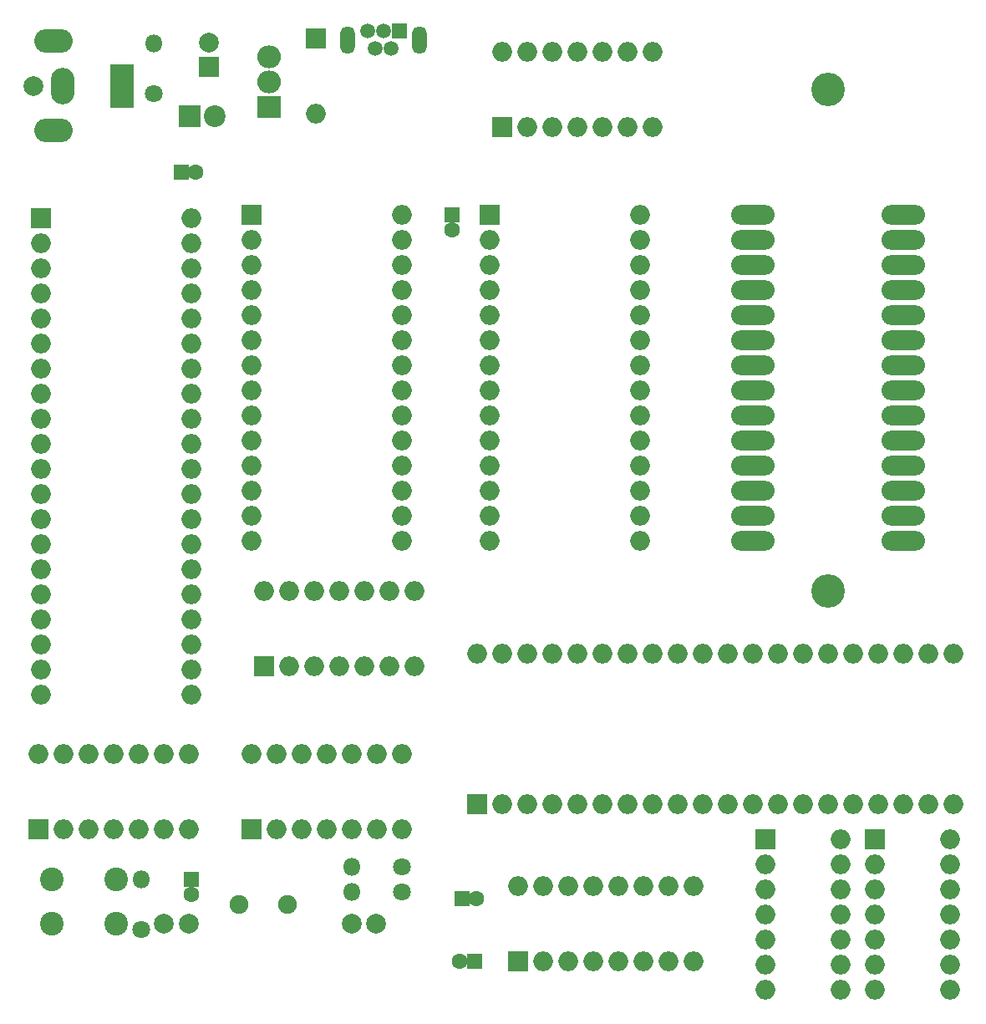
<source format=gbr>
G04 #@! TF.GenerationSoftware,KiCad,Pcbnew,(5.0.0)*
G04 #@! TF.CreationDate,2018-09-23T22:59:08+02:00*
G04 #@! TF.ProjectId,RED_80,5245445F38302E6B696361645F706362,rev?*
G04 #@! TF.SameCoordinates,Original*
G04 #@! TF.FileFunction,Soldermask,Top*
G04 #@! TF.FilePolarity,Negative*
%FSLAX46Y46*%
G04 Gerber Fmt 4.6, Leading zero omitted, Abs format (unit mm)*
G04 Created by KiCad (PCBNEW (5.0.0)) date 09/23/18 22:59:08*
%MOMM*%
%LPD*%
G01*
G04 APERTURE LIST*
%ADD10R,2.400000X4.400000*%
%ADD11O,2.400000X3.700000*%
%ADD12O,3.900000X2.400000*%
%ADD13C,2.000000*%
%ADD14R,2.000000X2.000000*%
%ADD15O,2.000000X2.000000*%
%ADD16C,3.400000*%
%ADD17O,4.400000X2.000000*%
%ADD18R,1.600000X1.600000*%
%ADD19C,1.600000*%
%ADD20C,1.800000*%
%ADD21O,1.800000X1.800000*%
%ADD22C,2.400000*%
%ADD23C,1.900000*%
%ADD24C,2.200000*%
%ADD25R,2.200000X2.200000*%
%ADD26R,1.500000X1.500000*%
%ADD27C,1.500000*%
%ADD28O,1.500000X2.800000*%
%ADD29R,2.400000X2.305000*%
%ADD30O,2.400000X2.305000*%
G04 APERTURE END LIST*
D10*
G04 #@! TO.C,J1*
X113919000Y-56769000D03*
D11*
X107919000Y-56769000D03*
D12*
X106919000Y-52269000D03*
X106919000Y-61269000D03*
D13*
X104919000Y-56769000D03*
G04 #@! TD*
D14*
G04 #@! TO.C,U2*
X127000000Y-69850000D03*
D15*
X142240000Y-102870000D03*
X127000000Y-72390000D03*
X142240000Y-100330000D03*
X127000000Y-74930000D03*
X142240000Y-97790000D03*
X127000000Y-77470000D03*
X142240000Y-95250000D03*
X127000000Y-80010000D03*
X142240000Y-92710000D03*
X127000000Y-82550000D03*
X142240000Y-90170000D03*
X127000000Y-85090000D03*
X142240000Y-87630000D03*
X127000000Y-87630000D03*
X142240000Y-85090000D03*
X127000000Y-90170000D03*
X142240000Y-82550000D03*
X127000000Y-92710000D03*
X142240000Y-80010000D03*
X127000000Y-95250000D03*
X142240000Y-77470000D03*
X127000000Y-97790000D03*
X142240000Y-74930000D03*
X127000000Y-100330000D03*
X142240000Y-72390000D03*
X127000000Y-102870000D03*
X142240000Y-69850000D03*
G04 #@! TD*
D14*
G04 #@! TO.C,U11*
X154051000Y-145415000D03*
D15*
X171831000Y-137795000D03*
X156591000Y-145415000D03*
X169291000Y-137795000D03*
X159131000Y-145415000D03*
X166751000Y-137795000D03*
X161671000Y-145415000D03*
X164211000Y-137795000D03*
X164211000Y-145415000D03*
X161671000Y-137795000D03*
X166751000Y-145415000D03*
X159131000Y-137795000D03*
X169291000Y-145415000D03*
X156591000Y-137795000D03*
X171831000Y-145415000D03*
X154051000Y-137795000D03*
G04 #@! TD*
G04 #@! TO.C,U6*
X166370000Y-69850000D03*
X151130000Y-102870000D03*
X166370000Y-72390000D03*
X151130000Y-100330000D03*
X166370000Y-74930000D03*
X151130000Y-97790000D03*
X166370000Y-77470000D03*
X151130000Y-95250000D03*
X166370000Y-80010000D03*
X151130000Y-92710000D03*
X166370000Y-82550000D03*
X151130000Y-90170000D03*
X166370000Y-85090000D03*
X151130000Y-87630000D03*
X166370000Y-87630000D03*
X151130000Y-85090000D03*
X166370000Y-90170000D03*
X151130000Y-82550000D03*
X166370000Y-92710000D03*
X151130000Y-80010000D03*
X166370000Y-95250000D03*
X151130000Y-77470000D03*
X166370000Y-97790000D03*
X151130000Y-74930000D03*
X166370000Y-100330000D03*
X151130000Y-72390000D03*
X166370000Y-102870000D03*
D14*
X151130000Y-69850000D03*
G04 #@! TD*
D16*
G04 #@! TO.C,U7*
X185420000Y-107950000D03*
X185420000Y-57150000D03*
D17*
X177800000Y-102870000D03*
X193040000Y-102870000D03*
X177800000Y-100330000D03*
X193040000Y-100330000D03*
X177800000Y-97790000D03*
X193040000Y-97790000D03*
X177800000Y-95250000D03*
X193040000Y-95250000D03*
X177800000Y-92710000D03*
X193040000Y-92710000D03*
X177800000Y-90170000D03*
X193040000Y-90170000D03*
X177800000Y-87630000D03*
X193040000Y-87630000D03*
X177800000Y-85090000D03*
X193040000Y-85090000D03*
X177800000Y-82550000D03*
X193040000Y-82550000D03*
X177800000Y-80010000D03*
X193040000Y-80010000D03*
X177800000Y-77470000D03*
X193040000Y-77470000D03*
X177800000Y-74930000D03*
X193040000Y-74930000D03*
X177800000Y-72390000D03*
X193040000Y-72390000D03*
X177800000Y-69850000D03*
X193040000Y-69850000D03*
G04 #@! TD*
D14*
G04 #@! TO.C,U1*
X105715001Y-70205001D03*
D15*
X120955001Y-118465001D03*
X105715001Y-72745001D03*
X120955001Y-115925001D03*
X105715001Y-75285001D03*
X120955001Y-113385001D03*
X105715001Y-77825001D03*
X120955001Y-110845001D03*
X105715001Y-80365001D03*
X120955001Y-108305001D03*
X105715001Y-82905001D03*
X120955001Y-105765001D03*
X105715001Y-85445001D03*
X120955001Y-103225001D03*
X105715001Y-87985001D03*
X120955001Y-100685001D03*
X105715001Y-90525001D03*
X120955001Y-98145001D03*
X105715001Y-93065001D03*
X120955001Y-95605001D03*
X105715001Y-95605001D03*
X120955001Y-93065001D03*
X105715001Y-98145001D03*
X120955001Y-90525001D03*
X105715001Y-100685001D03*
X120955001Y-87985001D03*
X105715001Y-103225001D03*
X120955001Y-85445001D03*
X105715001Y-105765001D03*
X120955001Y-82905001D03*
X105715001Y-108305001D03*
X120955001Y-80365001D03*
X105715001Y-110845001D03*
X120955001Y-77825001D03*
X105715001Y-113385001D03*
X120955001Y-75285001D03*
X105715001Y-115925001D03*
X120955001Y-72745001D03*
X105715001Y-118465001D03*
X120955001Y-70205001D03*
G04 #@! TD*
D14*
G04 #@! TO.C,U5*
X127000000Y-132080000D03*
D15*
X142240000Y-124460000D03*
X129540000Y-132080000D03*
X139700000Y-124460000D03*
X132080000Y-132080000D03*
X137160000Y-124460000D03*
X134620000Y-132080000D03*
X134620000Y-124460000D03*
X137160000Y-132080000D03*
X132080000Y-124460000D03*
X139700000Y-132080000D03*
X129540000Y-124460000D03*
X142240000Y-132080000D03*
X127000000Y-124460000D03*
G04 #@! TD*
D14*
G04 #@! TO.C,U4*
X105410000Y-132080000D03*
D15*
X120650000Y-124460000D03*
X107950000Y-132080000D03*
X118110000Y-124460000D03*
X110490000Y-132080000D03*
X115570000Y-124460000D03*
X113030000Y-132080000D03*
X113030000Y-124460000D03*
X115570000Y-132080000D03*
X110490000Y-124460000D03*
X118110000Y-132080000D03*
X107950000Y-124460000D03*
X120650000Y-132080000D03*
X105410000Y-124460000D03*
G04 #@! TD*
D18*
G04 #@! TO.C,C1*
X119888000Y-65532000D03*
D19*
X121388000Y-65532000D03*
G04 #@! TD*
D18*
G04 #@! TO.C,C2*
X147320000Y-69850000D03*
D19*
X147320000Y-71350000D03*
G04 #@! TD*
D14*
G04 #@! TO.C,U3*
X128270000Y-115570000D03*
D15*
X143510000Y-107950000D03*
X130810000Y-115570000D03*
X140970000Y-107950000D03*
X133350000Y-115570000D03*
X138430000Y-107950000D03*
X135890000Y-115570000D03*
X135890000Y-107950000D03*
X138430000Y-115570000D03*
X133350000Y-107950000D03*
X140970000Y-115570000D03*
X130810000Y-107950000D03*
X143510000Y-115570000D03*
X128270000Y-107950000D03*
G04 #@! TD*
D18*
G04 #@! TO.C,C3*
X120904000Y-137160000D03*
D19*
X120904000Y-138660000D03*
G04 #@! TD*
D20*
G04 #@! TO.C,R1*
X115824000Y-142240000D03*
D21*
X115824000Y-137160000D03*
G04 #@! TD*
D22*
G04 #@! TO.C,SW1*
X106784000Y-141660000D03*
X106784000Y-137160000D03*
X113284000Y-141660000D03*
X113284000Y-137160000D03*
G04 #@! TD*
D13*
G04 #@! TO.C,C4*
X120650000Y-141605000D03*
X118150000Y-141605000D03*
G04 #@! TD*
G04 #@! TO.C,C5*
X139660000Y-141605000D03*
X137160000Y-141605000D03*
G04 #@! TD*
D20*
G04 #@! TO.C,R2*
X142240000Y-135890000D03*
D21*
X137160000Y-135890000D03*
G04 #@! TD*
G04 #@! TO.C,R3*
X137160000Y-138430000D03*
D20*
X142240000Y-138430000D03*
G04 #@! TD*
D23*
G04 #@! TO.C,Y1*
X125730000Y-139700000D03*
X130630000Y-139700000D03*
G04 #@! TD*
D14*
G04 #@! TO.C,U8*
X152400000Y-60960000D03*
D15*
X167640000Y-53340000D03*
X154940000Y-60960000D03*
X165100000Y-53340000D03*
X157480000Y-60960000D03*
X162560000Y-53340000D03*
X160020000Y-60960000D03*
X160020000Y-53340000D03*
X162560000Y-60960000D03*
X157480000Y-53340000D03*
X165100000Y-60960000D03*
X154940000Y-53340000D03*
X167640000Y-60960000D03*
X152400000Y-53340000D03*
G04 #@! TD*
D14*
G04 #@! TO.C,C6*
X122745500Y-54864000D03*
D13*
X122745500Y-52364000D03*
G04 #@! TD*
D24*
G04 #@! TO.C,D1*
X123317000Y-59817000D03*
D25*
X120777000Y-59817000D03*
G04 #@! TD*
D26*
G04 #@! TO.C,J2*
X141986000Y-51244500D03*
D27*
X141186000Y-52994500D03*
X140386000Y-51244500D03*
X139586000Y-52994500D03*
X138786000Y-51244500D03*
D28*
X144036000Y-52119500D03*
X136736000Y-52119500D03*
G04 #@! TD*
D21*
G04 #@! TO.C,R4*
X117157500Y-52451000D03*
D20*
X117157500Y-57531000D03*
G04 #@! TD*
D14*
G04 #@! TO.C,SW2*
X133540500Y-51943000D03*
D15*
X133540500Y-59563000D03*
G04 #@! TD*
D29*
G04 #@! TO.C,U9*
X128778000Y-58928000D03*
D30*
X128778000Y-56388000D03*
X128778000Y-53848000D03*
G04 #@! TD*
D18*
G04 #@! TO.C,C7*
X149606000Y-145415000D03*
D19*
X148106000Y-145415000D03*
G04 #@! TD*
G04 #@! TO.C,C8*
X149836000Y-139065000D03*
D18*
X148336000Y-139065000D03*
G04 #@! TD*
D14*
G04 #@! TO.C,U10*
X149860000Y-129540000D03*
D15*
X198120000Y-114300000D03*
X152400000Y-129540000D03*
X195580000Y-114300000D03*
X154940000Y-129540000D03*
X193040000Y-114300000D03*
X157480000Y-129540000D03*
X190500000Y-114300000D03*
X160020000Y-129540000D03*
X187960000Y-114300000D03*
X162560000Y-129540000D03*
X185420000Y-114300000D03*
X165100000Y-129540000D03*
X182880000Y-114300000D03*
X167640000Y-129540000D03*
X180340000Y-114300000D03*
X170180000Y-129540000D03*
X177800000Y-114300000D03*
X172720000Y-129540000D03*
X175260000Y-114300000D03*
X175260000Y-129540000D03*
X172720000Y-114300000D03*
X177800000Y-129540000D03*
X170180000Y-114300000D03*
X180340000Y-129540000D03*
X167640000Y-114300000D03*
X182880000Y-129540000D03*
X165100000Y-114300000D03*
X185420000Y-129540000D03*
X162560000Y-114300000D03*
X187960000Y-129540000D03*
X160020000Y-114300000D03*
X190500000Y-129540000D03*
X157480000Y-114300000D03*
X193040000Y-129540000D03*
X154940000Y-114300000D03*
X195580000Y-129540000D03*
X152400000Y-114300000D03*
X198120000Y-129540000D03*
X149860000Y-114300000D03*
G04 #@! TD*
G04 #@! TO.C,U12*
X186700816Y-133084329D03*
X179080816Y-148324329D03*
X186700816Y-135624329D03*
X179080816Y-145784329D03*
X186700816Y-138164329D03*
X179080816Y-143244329D03*
X186700816Y-140704329D03*
X179080816Y-140704329D03*
X186700816Y-143244329D03*
X179080816Y-138164329D03*
X186700816Y-145784329D03*
X179080816Y-135624329D03*
X186700816Y-148324329D03*
D14*
X179080816Y-133084329D03*
G04 #@! TD*
G04 #@! TO.C,U13*
X190205815Y-133084329D03*
D15*
X197825815Y-148324329D03*
X190205815Y-135624329D03*
X197825815Y-145784329D03*
X190205815Y-138164329D03*
X197825815Y-143244329D03*
X190205815Y-140704329D03*
X197825815Y-140704329D03*
X190205815Y-143244329D03*
X197825815Y-138164329D03*
X190205815Y-145784329D03*
X197825815Y-135624329D03*
X190205815Y-148324329D03*
X197825815Y-133084329D03*
G04 #@! TD*
M02*

</source>
